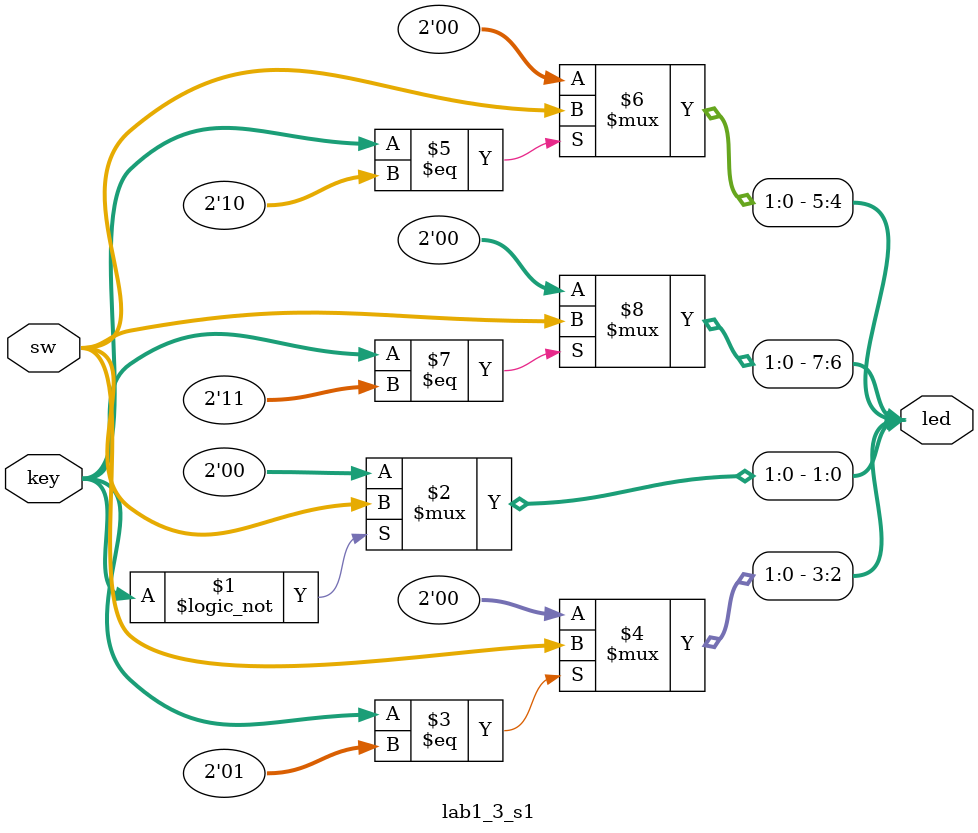
<source format=sv>

module lab1_3_s1 (
	input[1:0] sw,
	input[1:0] key,
	output[7:0] led);
	
assign led[1:0] = (key == 2'b00) ? sw : 2'b00; 
assign led[3:2] = (key == 2'b01) ? sw : 2'b00;
assign led[5:4] = (key == 2'b10) ? sw : 2'b00;
assign led[7:6] = (key == 2'b11) ? sw : 2'b00;


endmodule

</source>
